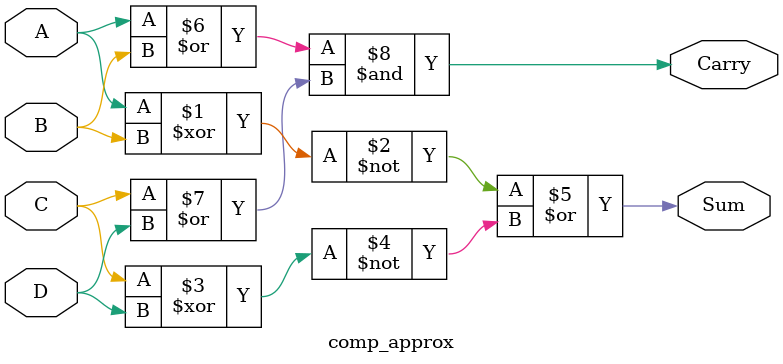
<source format=v>
module multiplier3(input [7:0] A, input [7:0] B,output wire [15:0] y);
wire  [63:0] pp;  
wire [11:0]s1,c1;
wire [2:0] cout1;
wire [11:0]s2,c2;
wire [4:0] cout2;
wire [12:0]c3;

genvar i;
genvar j;

for(i = 0; i<8; i=i+1)begin

   for(j = 0; j<8;j = j+1)begin
      assign pp[j+i*8] = A[j]&B[i];
end
end
// stage 1
HA h1(.a(pp[4]),.b(pp[11]),.Sum(s1[0]),.Carry(c1[0]));
HA h2(.a(pp[34]),.b(pp[41]),.Sum(s1[3]),.Carry(c1[3]));
HA h3(.a(pp[51]),.b(pp[58]),.Sum(s1[9]),.Carry(c1[9]));
HA h4(.a(pp[39]),.b(pp[46]),.Sum(s1[11]),.Carry(c1[11]));

FA f1(.A(pp[43]),.B(pp[50]),.C(pp[57]),.Sum(s1[7]),.Carry(c1[7]));

comp_approx g1(.A(pp[5]), .B(pp[12]), .C(pp[19]), .D(pp[26]), .Sum(s1[1]), .Carry(c1[1]) );
comp_approx g2(.A(pp[6]), .B(pp[13]), .C(pp[20]), .D(pp[27]), .Sum(s1[2]), .Carry(c1[2]) );
comp_approx g3(.A(pp[7]), .B(pp[14]), .C(pp[21]), .D(pp[28]), .Sum(s1[4]), .Carry(c1[4]) );
comp_approx g4(.A(pp[35]), .B(pp[42]), .C(pp[49]), .D(pp[56]), .Sum(s1[5]), .Carry(c1[5]) );

comp_exact t1(.a(pp[15]), .b(pp[22]), .c(pp[29]), .d(pp[36]), .cin(1'b0), .sum(s1[6]), .carry(c1[6]), .cout(cout1[0]) );
comp_exact t2(.a(pp[23]), .b(pp[30]), .c(pp[37]), .d(pp[44]), .cin(1'b0), .sum(s1[8]), .carry(c1[8]), .cout(cout1[1]) );
comp_exact t3(.a(pp[31]), .b(pp[38]), .c(pp[45]), .d(pp[52]), .cin(1'b0), .sum(s1[10]), .carry(c1[10]), .cout(cout1[2]) );

//stage 2
HA h5(.a(pp[2]),.b(pp[9]),.Sum(s2[0]),.Carry(c2[0]));
HA h6(.a(pp[55]),.b(pp[62]),.Sum(s2[11]),.Carry(c2[11]));

comp_approx g5(.A(pp[3]), .B(pp[10]), .C(pp[17]), .D(pp[24]), .Sum(s2[1]), .Carry(c2[1]) );
comp_approx g6(.A(s1[0]), .B(pp[18]), .C(pp[25]), .D(pp[32]), .Sum(s2[2]), .Carry(c2[2]) );
comp_approx g7(.A(s1[1]), .B(c1[0]), .C(pp[33]), .D(pp[40]), .Sum(s2[3]), .Carry(c2[3]) );
comp_approx g8(.A(s1[2]), .B(c1[1]), .C(s1[3]), .D(pp[48]), .Sum(s2[4]), .Carry(c2[4]) );
comp_approx g9(.A(s1[4]), .B(c1[2]), .C(s1[5]), .D(c1[3]), .Sum(s2[5]), .Carry(c2[5]) );

comp_exact t4(.a(s1[6]), .b(c1[4]), .c(s1[7]), .d(c1[5]), .cin(1'b0), .sum(s2[6]), .carry(c2[6]), .cout(cout2[0]) );
comp_exact t5(.a(s1[8]), .b(c1[6]), .c(s1[9]), .d(c1[7]), .cin(1'b0), .sum(s2[7]), .carry(c2[7]), .cout(cout2[1])  );
comp_exact t6(.a(s1[10]), .b(c1[8]), .c(pp[59]), .d(c1[9]), .cin(cout1[0]), .sum(s2[8]), .carry(c2[8]), .cout(cout2[2]) );
comp_exact t7(.a(s1[11]), .b(c1[10]), .c(pp[23]), .d(pp[60]), .cin(cout1[1]), .sum(s2[9]), .carry(c2[9]), .cout(cout2[3])  );
comp_exact t8(.a(pp[47]), .b(c1[11]), .c(pp[54]), .d(pp[61]), .cin(cout1[2]), .sum(s2[10]), .carry(c2[10]), .cout(cout2[4])  );

// stage3
HA h7(.a(pp[1]),.b(pp[8]),.Sum(y[1]),.Carry(c3[0]));

FA f2(.A(s2[0]),.B(pp[16]),.C(c3[0]),.Sum(y[2]),.Carry(c3[1]));
FA f3(.A(s2[1]),.B(c2[0]),.C(c3[1]),.Sum(y[3]),.Carry(c3[2]));
FA f4(.A(s2[2]),.B(c2[1]),.C(c3[2]),.Sum(y[4]),.Carry(c3[3]));
FA f5(.A(s2[3]),.B(c2[2]),.C(c3[3]),.Sum(y[5]),.Carry(c3[4]));
FA f6(.A(s2[4]),.B(c2[3]),.C(c3[4]),.Sum(y[6]),.Carry(c3[5]));
FA f7(.A(s2[5]),.B(c2[4]),.C(c3[5]),.Sum(y[7]),.Carry(c3[6]));
FA f8(.A(s2[6]),.B(c2[5]),.C(c3[6]),.Sum(y[8]),.Carry(c3[7]));
FA f9(.A(s2[7]),.B(c2[6]),.C(c3[7]),.Sum(y[9]),.Carry(c3[8]));
FA f10(.A(s2[8]),.B(c2[7]),.C(c3[8]),.Sum(y[10]),.Carry(c3[9]));
FA f11(.A(s2[9]),.B(c2[8]),.C(c3[9]),.Sum(y[11]),.Carry(c3[10]));
FA f12(.A(s2[10]),.B(c2[9]),.C(c3[10]),.Sum(y[12]),.Carry(c3[11]));
FA f13(.A(s2[11]),.B(c2[10]),.C(c3[11]),.Sum(y[13]),.Carry(c3[12]));
FA f14(.A(pp[63]),.B(c2[11]),.C(c3[12]),.Sum(y[14]),.Carry(y[15]));
assign y[0] =  pp[0];

endmodule

module HA(a, b, Sum,Carry);

input a, b; 
output Sum, Carry; 

assign Sum = a ^ b; 
assign Carry = a & b; 

endmodule
module FA(input A,B,C,output Sum,Carry);
wire Sel;
assign Sel=A^B;
assign Sum=Sel^C;
assign Carry = Sel ? C :A ;
endmodule

module comp_exact(input a,b,c,d,cin,output sum,carry,cout);
assign {cout,carry,sum}=a+b+c+d+cin;
endmodule

module comp_approx(input A,B,C,D, output Sum,Carry);
assign Sum= (~(A^B))|(~(C^D));
assign Carry = (A | B) & (C | D);

endmodule
</source>
